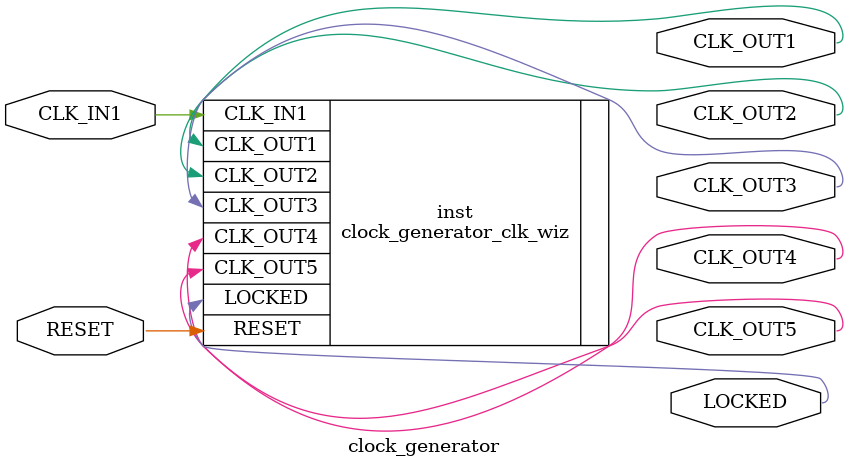
<source format=v>


`timescale 1ps/1ps

(* CORE_GENERATION_INFO = "clock_generator,clk_wiz_v5_3_3_0,{component_name=clock_generator,use_phase_alignment=false,use_min_o_jitter=false,use_max_i_jitter=false,use_dyn_phase_shift=false,use_inclk_switchover=false,use_dyn_reconfig=false,enable_axi=0,feedback_source=FDBK_AUTO,PRIMITIVE=MMCM,num_out_clk=5,clkin1_period=20.0,clkin2_period=10.0,use_power_down=false,use_reset=true,use_locked=true,use_inclk_stopped=false,feedback_type=SINGLE,CLOCK_MGR_TYPE=NA,manual_override=false}" *)

module clock_generator 
 (
  // Clock out ports
  output        CLK_OUT1,
  output        CLK_OUT2,
  output        CLK_OUT3,
  output        CLK_OUT4,
  output        CLK_OUT5,
  // Status and control signals
  input         RESET,
  output        LOCKED,
 // Clock in ports
  input         CLK_IN1
 );

  clock_generator_clk_wiz inst
  (
  // Clock out ports  
  .CLK_OUT1(CLK_OUT1),
  .CLK_OUT2(CLK_OUT2),
  .CLK_OUT3(CLK_OUT3),
  .CLK_OUT4(CLK_OUT4),
  .CLK_OUT5(CLK_OUT5),
  // Status and control signals               
  .RESET(RESET), 
  .LOCKED(LOCKED),
 // Clock in ports
  .CLK_IN1(CLK_IN1)
  );

endmodule

</source>
